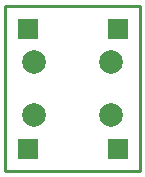
<source format=gbr>
G04 #@! TF.GenerationSoftware,KiCad,Pcbnew,(5.1.8)-1*
G04 #@! TF.CreationDate,2021-06-11T10:05:30-05:00*
G04 #@! TF.ProjectId,Tactile_Switch_Adapter,54616374-696c-4655-9f53-77697463685f,1A*
G04 #@! TF.SameCoordinates,Original*
G04 #@! TF.FileFunction,Soldermask,Top*
G04 #@! TF.FilePolarity,Negative*
%FSLAX46Y46*%
G04 Gerber Fmt 4.6, Leading zero omitted, Abs format (unit mm)*
G04 Created by KiCad (PCBNEW (5.1.8)-1) date 2021-06-11 10:05:30*
%MOMM*%
%LPD*%
G01*
G04 APERTURE LIST*
G04 #@! TA.AperFunction,Profile*
%ADD10C,0.254000*%
G04 #@! TD*
%ADD11C,2.000000*%
%ADD12R,1.700000X1.700000*%
G04 APERTURE END LIST*
D10*
X94270000Y-107000000D02*
X105730000Y-107000000D01*
X105730000Y-107000000D02*
X105730000Y-93000000D01*
X94270000Y-93000000D02*
X94270000Y-107000000D01*
X94270000Y-93000000D02*
X105730000Y-93000000D01*
D11*
X103250000Y-97750000D03*
X103250000Y-102250000D03*
X96750000Y-97750000D03*
X96750000Y-102250000D03*
D12*
X96190000Y-105080000D03*
X103810000Y-94920000D03*
X103810000Y-105080000D03*
X96190000Y-94920000D03*
M02*

</source>
